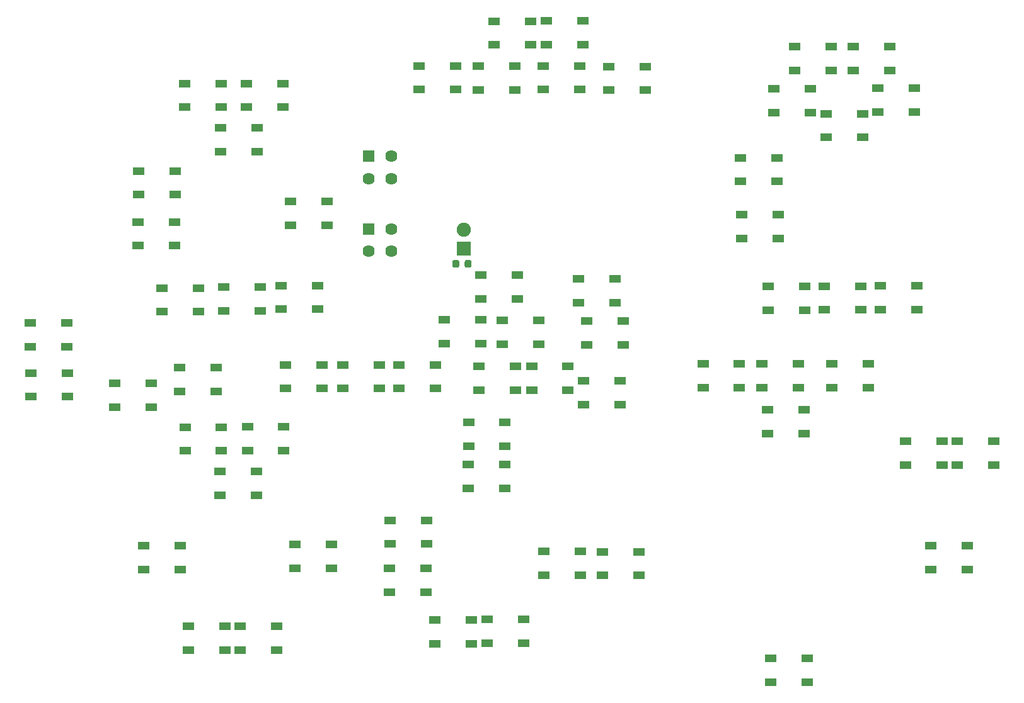
<source format=gbr>
%TF.GenerationSoftware,KiCad,Pcbnew,(5.1.6)-1*%
%TF.CreationDate,2020-11-25T20:53:45+11:00*%
%TF.ProjectId,ECS Panel PCB V1,45435320-5061-46e6-956c-205043422056,rev?*%
%TF.SameCoordinates,Original*%
%TF.FileFunction,Soldermask,Top*%
%TF.FilePolarity,Negative*%
%FSLAX46Y46*%
G04 Gerber Fmt 4.6, Leading zero omitted, Abs format (unit mm)*
G04 Created by KiCad (PCBNEW (5.1.6)-1) date 2020-11-25 20:53:45*
%MOMM*%
%LPD*%
G01*
G04 APERTURE LIST*
%ADD10R,1.600000X1.100000*%
%ADD11C,1.620000*%
%ADD12R,1.620000X1.620000*%
%ADD13C,1.900000*%
%ADD14R,1.900000X1.900000*%
G04 APERTURE END LIST*
%TO.C,R1*%
G36*
G01*
X81273800Y-100781840D02*
X81273800Y-101381840D01*
G75*
G02*
X81048800Y-101606840I-225000J0D01*
G01*
X80598800Y-101606840D01*
G75*
G02*
X80373800Y-101381840I0J225000D01*
G01*
X80373800Y-100781840D01*
G75*
G02*
X80598800Y-100556840I225000J0D01*
G01*
X81048800Y-100556840D01*
G75*
G02*
X81273800Y-100781840I0J-225000D01*
G01*
G37*
G36*
G01*
X82923800Y-100781840D02*
X82923800Y-101381840D01*
G75*
G02*
X82698800Y-101606840I-225000J0D01*
G01*
X82248800Y-101606840D01*
G75*
G02*
X82023800Y-101381840I0J225000D01*
G01*
X82023800Y-100781840D01*
G75*
G02*
X82248800Y-100556840I225000J0D01*
G01*
X82698800Y-100556840D01*
G75*
G02*
X82923800Y-100781840I0J-225000D01*
G01*
G37*
%TD*%
D10*
%TO.C,D64*%
X122721000Y-120676000D03*
X122721000Y-123876000D03*
X127621000Y-120676000D03*
X127621000Y-123876000D03*
%TD*%
%TO.C,D63*%
X141263000Y-124943000D03*
X141263000Y-128143000D03*
X146163000Y-124943000D03*
X146163000Y-128143000D03*
%TD*%
%TO.C,D62*%
X148223000Y-124968000D03*
X148223000Y-128168000D03*
X153123000Y-124968000D03*
X153123000Y-128168000D03*
%TD*%
%TO.C,D61*%
X144641000Y-138964000D03*
X144641000Y-142164000D03*
X149541000Y-138964000D03*
X149541000Y-142164000D03*
%TD*%
%TO.C,D60*%
X123128000Y-154153000D03*
X123128000Y-157353000D03*
X128028000Y-154153000D03*
X128028000Y-157353000D03*
%TD*%
%TO.C,D59*%
X100522000Y-139802000D03*
X100522000Y-143002000D03*
X105422000Y-139802000D03*
X105422000Y-143002000D03*
%TD*%
%TO.C,D58*%
X92673000Y-139751000D03*
X92673000Y-142951000D03*
X97573000Y-139751000D03*
X97573000Y-142951000D03*
%TD*%
%TO.C,D57*%
X85053000Y-148895000D03*
X85053000Y-152095000D03*
X89953000Y-148895000D03*
X89953000Y-152095000D03*
%TD*%
%TO.C,D56*%
X77991800Y-148971000D03*
X77991800Y-152171000D03*
X82891800Y-148971000D03*
X82891800Y-152171000D03*
%TD*%
%TO.C,D55*%
X71921200Y-142062000D03*
X71921200Y-145262000D03*
X76821200Y-142062000D03*
X76821200Y-145262000D03*
%TD*%
%TO.C,D54*%
X71972000Y-135560000D03*
X71972000Y-138760000D03*
X76872000Y-135560000D03*
X76872000Y-138760000D03*
%TD*%
%TO.C,D53*%
X82513000Y-128067000D03*
X82513000Y-131267000D03*
X87413000Y-128067000D03*
X87413000Y-131267000D03*
%TD*%
%TO.C,D52*%
X82538400Y-122377000D03*
X82538400Y-125577000D03*
X87438400Y-122377000D03*
X87438400Y-125577000D03*
%TD*%
%TO.C,D51*%
X38926600Y-138964000D03*
X38926600Y-142164000D03*
X43826600Y-138964000D03*
X43826600Y-142164000D03*
%TD*%
%TO.C,D50*%
X44884000Y-149860000D03*
X44884000Y-153060000D03*
X49784000Y-149860000D03*
X49784000Y-153060000D03*
%TD*%
%TO.C,D49*%
X51880600Y-149835000D03*
X51880600Y-153035000D03*
X56780600Y-149835000D03*
X56780600Y-153035000D03*
%TD*%
%TO.C,D48*%
X59195800Y-138837000D03*
X59195800Y-142037000D03*
X64095800Y-138837000D03*
X64095800Y-142037000D03*
%TD*%
%TO.C,D47*%
X49137400Y-129007000D03*
X49137400Y-132207000D03*
X54037400Y-129007000D03*
X54037400Y-132207000D03*
%TD*%
%TO.C,D46*%
X52820400Y-123012000D03*
X52820400Y-126212000D03*
X57720400Y-123012000D03*
X57720400Y-126212000D03*
%TD*%
%TO.C,D45*%
X44438400Y-123038000D03*
X44438400Y-126238000D03*
X49338400Y-123038000D03*
X49338400Y-126238000D03*
%TD*%
%TO.C,D44*%
X34989600Y-117120000D03*
X34989600Y-120320000D03*
X39889600Y-117120000D03*
X39889600Y-120320000D03*
%TD*%
%TO.C,D43*%
X43752600Y-115011000D03*
X43752600Y-118211000D03*
X48652600Y-115011000D03*
X48652600Y-118211000D03*
%TD*%
%TO.C,D42*%
X57951200Y-114656000D03*
X57951200Y-117856000D03*
X62851200Y-114656000D03*
X62851200Y-117856000D03*
%TD*%
%TO.C,D41*%
X65647400Y-114656000D03*
X65647400Y-117856000D03*
X70547400Y-114656000D03*
X70547400Y-117856000D03*
%TD*%
%TO.C,D40*%
X73216600Y-114656000D03*
X73216600Y-117856000D03*
X78116600Y-114656000D03*
X78116600Y-117856000D03*
%TD*%
%TO.C,D39*%
X79312600Y-108585000D03*
X79312600Y-111785000D03*
X84212600Y-108585000D03*
X84212600Y-111785000D03*
%TD*%
%TO.C,D38*%
X83935400Y-114859000D03*
X83935400Y-118059000D03*
X88835400Y-114859000D03*
X88835400Y-118059000D03*
%TD*%
D11*
%TO.C,J2*%
X72135999Y-99367599D03*
X72135999Y-96367600D03*
X69136000Y-99367599D03*
D12*
X69136000Y-96367600D03*
%TD*%
D11*
%TO.C,J1*%
X72135999Y-89588599D03*
X72135999Y-86588600D03*
X69136000Y-89588599D03*
D12*
X69136000Y-86588600D03*
%TD*%
D10*
%TO.C,D37*%
X91010400Y-114885000D03*
X91010400Y-118085000D03*
X95910400Y-114885000D03*
X95910400Y-118085000D03*
%TD*%
%TO.C,D36*%
X87034200Y-108661000D03*
X87034200Y-111861000D03*
X91934200Y-108661000D03*
X91934200Y-111861000D03*
%TD*%
%TO.C,D35*%
X84164000Y-102591000D03*
X84164000Y-105791000D03*
X89064000Y-102591000D03*
X89064000Y-105791000D03*
%TD*%
%TO.C,D34*%
X97295800Y-103073000D03*
X97295800Y-106273000D03*
X102195800Y-103073000D03*
X102195800Y-106273000D03*
%TD*%
%TO.C,D33*%
X98388000Y-108763000D03*
X98388000Y-111963000D03*
X103288000Y-108763000D03*
X103288000Y-111963000D03*
%TD*%
%TO.C,D32*%
X98021000Y-116789000D03*
X98021000Y-119989000D03*
X102921000Y-116789000D03*
X102921000Y-119989000D03*
%TD*%
%TO.C,D31*%
X114034000Y-114503000D03*
X114034000Y-117703000D03*
X118934000Y-114503000D03*
X118934000Y-117703000D03*
%TD*%
%TO.C,D30*%
X121934000Y-114529000D03*
X121934000Y-117729000D03*
X126834000Y-114529000D03*
X126834000Y-117729000D03*
%TD*%
%TO.C,D29*%
X131357000Y-114529000D03*
X131357000Y-117729000D03*
X136257000Y-114529000D03*
X136257000Y-117729000D03*
%TD*%
%TO.C,D28*%
X137885000Y-104039000D03*
X137885000Y-107239000D03*
X142785000Y-104039000D03*
X142785000Y-107239000D03*
%TD*%
%TO.C,D27*%
X130316000Y-104064000D03*
X130316000Y-107264000D03*
X135216000Y-104064000D03*
X135216000Y-107264000D03*
%TD*%
%TO.C,D26*%
X122797000Y-104115000D03*
X122797000Y-107315000D03*
X127697000Y-104115000D03*
X127697000Y-107315000D03*
%TD*%
%TO.C,D25*%
X119241000Y-94488200D03*
X119241000Y-97688200D03*
X124141000Y-94488200D03*
X124141000Y-97688200D03*
%TD*%
%TO.C,D24*%
X119064000Y-86792000D03*
X119064000Y-89992000D03*
X123964000Y-86792000D03*
X123964000Y-89992000D03*
%TD*%
%TO.C,D23*%
X130558000Y-80874000D03*
X130558000Y-84074000D03*
X135458000Y-80874000D03*
X135458000Y-84074000D03*
%TD*%
%TO.C,D22*%
X137529000Y-77470200D03*
X137529000Y-80670200D03*
X142429000Y-77470200D03*
X142429000Y-80670200D03*
%TD*%
%TO.C,D21*%
X134253000Y-71882200D03*
X134253000Y-75082200D03*
X139153000Y-71882200D03*
X139153000Y-75082200D03*
%TD*%
%TO.C,D20*%
X126379000Y-71882200D03*
X126379000Y-75082200D03*
X131279000Y-71882200D03*
X131279000Y-75082200D03*
%TD*%
%TO.C,D19*%
X123573000Y-77521200D03*
X123573000Y-80721200D03*
X128473000Y-77521200D03*
X128473000Y-80721200D03*
%TD*%
%TO.C,D18*%
X101411000Y-74523800D03*
X101411000Y-77723800D03*
X106311000Y-74523800D03*
X106311000Y-77723800D03*
%TD*%
%TO.C,D17*%
X92596800Y-74447600D03*
X92596800Y-77647600D03*
X97496800Y-74447600D03*
X97496800Y-77647600D03*
%TD*%
%TO.C,D16*%
X92966200Y-68377200D03*
X92966200Y-71577200D03*
X97866200Y-68377200D03*
X97866200Y-71577200D03*
%TD*%
%TO.C,D15*%
X86004400Y-68428000D03*
X86004400Y-71628000D03*
X90904400Y-68428000D03*
X90904400Y-71628000D03*
%TD*%
%TO.C,D14*%
X83859200Y-74473000D03*
X83859200Y-77673000D03*
X88759200Y-74473000D03*
X88759200Y-77673000D03*
%TD*%
%TO.C,D13*%
X75883600Y-74447600D03*
X75883600Y-77647600D03*
X80783600Y-74447600D03*
X80783600Y-77647600D03*
%TD*%
%TO.C,D12*%
X41365000Y-104318000D03*
X41365000Y-107518000D03*
X46265000Y-104318000D03*
X46265000Y-107518000D03*
%TD*%
%TO.C,D11*%
X49620000Y-104216000D03*
X49620000Y-107416000D03*
X54520000Y-104216000D03*
X54520000Y-107416000D03*
%TD*%
%TO.C,D10*%
X57341600Y-103988000D03*
X57341600Y-107188000D03*
X62241600Y-103988000D03*
X62241600Y-107188000D03*
%TD*%
%TO.C,D9*%
X58586200Y-92659400D03*
X58586200Y-95859400D03*
X63486200Y-92659400D03*
X63486200Y-95859400D03*
%TD*%
%TO.C,D8*%
X49213600Y-82804200D03*
X49213600Y-86004200D03*
X54113600Y-82804200D03*
X54113600Y-86004200D03*
%TD*%
%TO.C,D7*%
X52718800Y-76809800D03*
X52718800Y-80009800D03*
X57618800Y-76809800D03*
X57618800Y-80009800D03*
%TD*%
%TO.C,D6*%
X44413000Y-76809800D03*
X44413000Y-80009800D03*
X49313000Y-76809800D03*
X49313000Y-80009800D03*
%TD*%
%TO.C,D5*%
X38190000Y-88570000D03*
X38190000Y-91770000D03*
X43090000Y-88570000D03*
X43090000Y-91770000D03*
%TD*%
%TO.C,D4*%
X38164600Y-95428000D03*
X38164600Y-98628000D03*
X43064600Y-95428000D03*
X43064600Y-98628000D03*
%TD*%
%TO.C,D3*%
X23661200Y-108992000D03*
X23661200Y-112192000D03*
X28561200Y-108992000D03*
X28561200Y-112192000D03*
%TD*%
%TO.C,D2*%
X23712000Y-115748000D03*
X23712000Y-118948000D03*
X28612000Y-115748000D03*
X28612000Y-118948000D03*
%TD*%
D13*
%TO.C,D1*%
X81940400Y-96469200D03*
D14*
X81940400Y-99009200D03*
%TD*%
M02*

</source>
